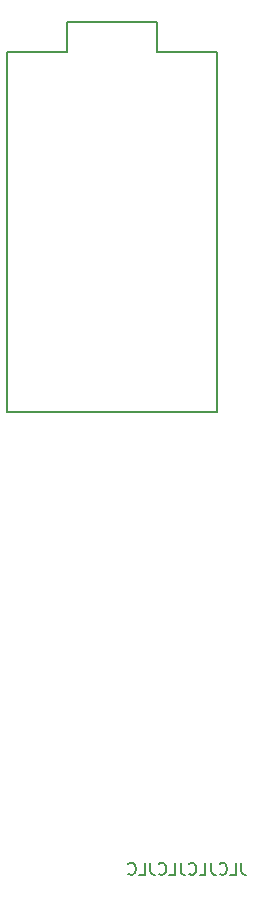
<source format=gbo>
G04 #@! TF.GenerationSoftware,KiCad,Pcbnew,(5.1.9-0-10_14)*
G04 #@! TF.CreationDate,2021-01-09T15:48:10-06:00*
G04 #@! TF.ProjectId,16-key,31362d6b-6579-42e6-9b69-6361645f7063,rev?*
G04 #@! TF.SameCoordinates,Original*
G04 #@! TF.FileFunction,Legend,Bot*
G04 #@! TF.FilePolarity,Positive*
%FSLAX46Y46*%
G04 Gerber Fmt 4.6, Leading zero omitted, Abs format (unit mm)*
G04 Created by KiCad (PCBNEW (5.1.9-0-10_14)) date 2021-01-09 15:48:10*
%MOMM*%
%LPD*%
G01*
G04 APERTURE LIST*
%ADD10C,0.150000*%
G04 APERTURE END LIST*
D10*
X194325297Y-92321130D02*
X194325297Y-93035416D01*
X194372916Y-93178273D01*
X194468154Y-93273511D01*
X194611011Y-93321130D01*
X194706250Y-93321130D01*
X193372916Y-93321130D02*
X193849107Y-93321130D01*
X193849107Y-92321130D01*
X192468154Y-93225892D02*
X192515773Y-93273511D01*
X192658630Y-93321130D01*
X192753869Y-93321130D01*
X192896726Y-93273511D01*
X192991964Y-93178273D01*
X193039583Y-93083035D01*
X193087202Y-92892559D01*
X193087202Y-92749702D01*
X193039583Y-92559226D01*
X192991964Y-92463988D01*
X192896726Y-92368750D01*
X192753869Y-92321130D01*
X192658630Y-92321130D01*
X192515773Y-92368750D01*
X192468154Y-92416369D01*
X191753869Y-92321130D02*
X191753869Y-93035416D01*
X191801488Y-93178273D01*
X191896726Y-93273511D01*
X192039583Y-93321130D01*
X192134821Y-93321130D01*
X190801488Y-93321130D02*
X191277678Y-93321130D01*
X191277678Y-92321130D01*
X189896726Y-93225892D02*
X189944345Y-93273511D01*
X190087202Y-93321130D01*
X190182440Y-93321130D01*
X190325297Y-93273511D01*
X190420535Y-93178273D01*
X190468154Y-93083035D01*
X190515773Y-92892559D01*
X190515773Y-92749702D01*
X190468154Y-92559226D01*
X190420535Y-92463988D01*
X190325297Y-92368750D01*
X190182440Y-92321130D01*
X190087202Y-92321130D01*
X189944345Y-92368750D01*
X189896726Y-92416369D01*
X189182440Y-92321130D02*
X189182440Y-93035416D01*
X189230059Y-93178273D01*
X189325297Y-93273511D01*
X189468154Y-93321130D01*
X189563392Y-93321130D01*
X188230059Y-93321130D02*
X188706250Y-93321130D01*
X188706250Y-92321130D01*
X187325297Y-93225892D02*
X187372916Y-93273511D01*
X187515773Y-93321130D01*
X187611011Y-93321130D01*
X187753869Y-93273511D01*
X187849107Y-93178273D01*
X187896726Y-93083035D01*
X187944345Y-92892559D01*
X187944345Y-92749702D01*
X187896726Y-92559226D01*
X187849107Y-92463988D01*
X187753869Y-92368750D01*
X187611011Y-92321130D01*
X187515773Y-92321130D01*
X187372916Y-92368750D01*
X187325297Y-92416369D01*
X186611011Y-92321130D02*
X186611011Y-93035416D01*
X186658630Y-93178273D01*
X186753869Y-93273511D01*
X186896726Y-93321130D01*
X186991964Y-93321130D01*
X185658630Y-93321130D02*
X186134821Y-93321130D01*
X186134821Y-92321130D01*
X184753869Y-93225892D02*
X184801488Y-93273511D01*
X184944345Y-93321130D01*
X185039583Y-93321130D01*
X185182440Y-93273511D01*
X185277678Y-93178273D01*
X185325297Y-93083035D01*
X185372916Y-92892559D01*
X185372916Y-92749702D01*
X185325297Y-92559226D01*
X185277678Y-92463988D01*
X185182440Y-92368750D01*
X185039583Y-92321130D01*
X184944345Y-92321130D01*
X184801488Y-92368750D01*
X184753869Y-92416369D01*
G04 #@! TO.C,U1*
X192246250Y-23653750D02*
X192246250Y-54133750D01*
X187166250Y-23653750D02*
X192246250Y-23653750D01*
X187166250Y-21113750D02*
X187166250Y-23653750D01*
X179546250Y-21113750D02*
X187166250Y-21113750D01*
X179546250Y-23653750D02*
X179546250Y-21113750D01*
X174466250Y-23653750D02*
X179546250Y-23653750D01*
X174466250Y-54133750D02*
X174466250Y-23653750D01*
X192246250Y-54133750D02*
X174466250Y-54133750D01*
G04 #@! TD*
M02*

</source>
